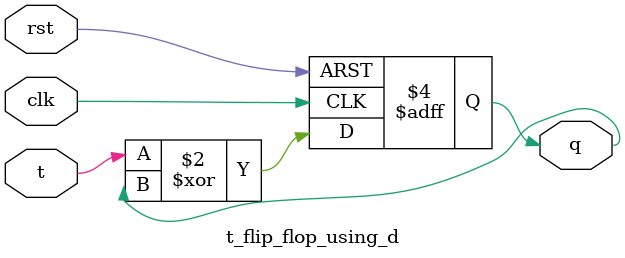
<source format=v>
module t_flip_flop_using_d (
    input wire clk,
    input wire rst,
    input wire t,
    output reg q=0
);

always @(posedge clk or posedge rst) begin
    if (rst)
        q <= 1'b0;
    else
        q <= t ^ q;
end

endmodule

</source>
